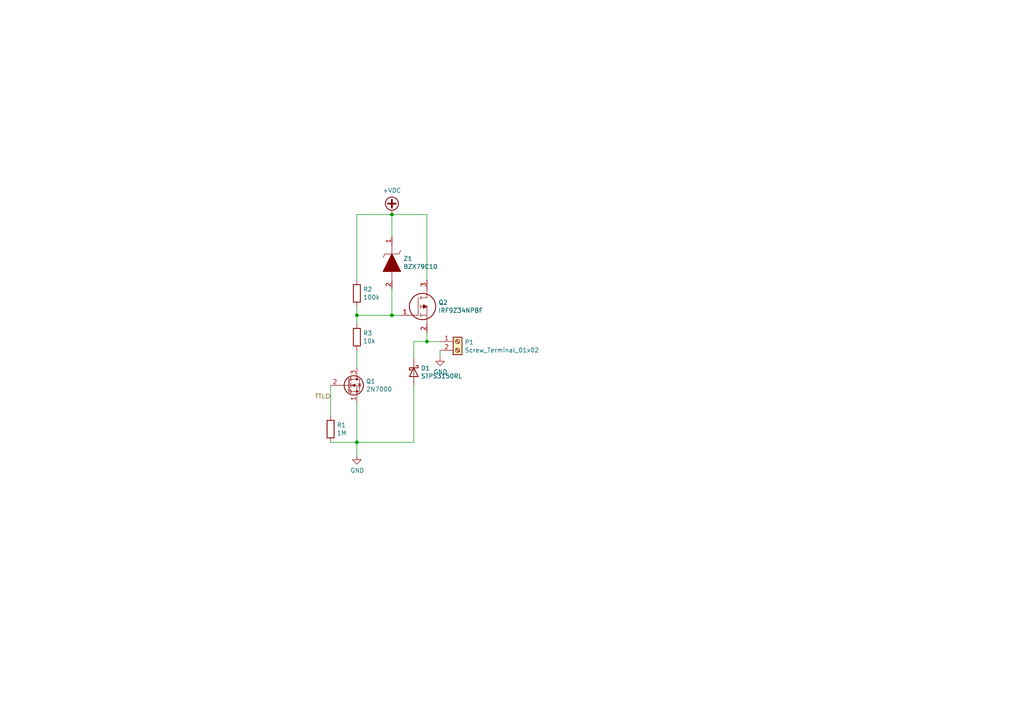
<source format=kicad_sch>
(kicad_sch (version 20230121) (generator eeschema)
  (paper "A4")
  (lib_symbols
    (symbol "Connector:Screw_Terminal_01x02" (pin_names (offset 1.016) hide)
      (property "Reference" "J" (at 0 2.54 0))
      (property "Value" "Screw_Terminal_01x02" (at 0 -5.08 0))
      (symbol "Screw_Terminal_01x02_1_1"
        (rectangle (start -1.27 1.27) (end 1.27 -3.81) (stroke (width 0.254)) (fill (type background)))
        (circle (center 0 -2.54) (radius 0.635) (stroke (width 0.1524)))
        (polyline (pts (xy -0.5334 -2.2098) (xy 0.3302 -3.048)) (stroke (width 0.1524)))
        (polyline (pts (xy -0.5334 0.3302) (xy 0.3302 -0.508)) (stroke (width 0.1524)))
        (polyline (pts (xy -0.3556 -2.032) (xy 0.508 -2.8702)) (stroke (width 0.1524)))
        (polyline (pts (xy -0.3556 0.508) (xy 0.508 -0.3302)) (stroke (width 0.1524)))
        (circle (center 0 0) (radius 0.635) (stroke (width 0.1524)))
        (pin passive line (at -5.08 0 0) (length 3.81) (name "Pin_1") (number "1"))
        (pin passive line (at -5.08 -2.54 0) (length 3.81) (name "Pin_2") (number "2"))
      )
    )
    (symbol "Device:D_Schottky" (pin_numbers hide) (pin_names (offset 1.016) hide)
      (property "Reference" "D" (at 0 2.54 0))
      (property "Value" "D_Schottky" (at 0 -2.54 0))
      (symbol "D_Schottky_0_1"
        (polyline (pts (xy 1.27 0) (xy -1.27 0)))
        (polyline (pts (xy 1.27 1.27) (xy 1.27 -1.27) (xy -1.27 0) (xy 1.27 1.27)) (stroke (width 0.254)))
        (polyline (pts (xy -1.905 0.635) (xy -1.905 1.27) (xy -1.27 1.27) (xy -1.27 -1.27) (xy -0.635 -1.27) (xy -0.635 -0.635)) (stroke (width 0.254)))
      )
      (symbol "D_Schottky_1_1"
        (pin passive line (at -3.81 0 0) (length 2.54) (name "K") (number "1"))
        (pin passive line (at 3.81 0 180) (length 2.54) (name "A") (number "2"))
      )
    )
    (symbol "Device:R" (pin_numbers hide) (pin_names (offset 0))
      (property "Reference" "R" (at 2.032 0 90))
      (property "Value" "R" (at 0 0 90))
      (symbol "R_0_1"
        (rectangle (start -1.016 -2.54) (end 1.016 2.54) (stroke (width 0.254)))
      )
      (symbol "R_1_1"
        (pin passive line (at 0 3.81 270) (length 1.27) (name "~") (number "1"))
        (pin passive line (at 0 -3.81 90) (length 1.27) (name "~") (number "2"))
      )
    )
    (symbol "SamacSys_Parts:BZX79C10" (pin_names (offset 0.762))
      (property "Reference" "Z" (at 10.16 8.89 0))
      (property "Value" "SamacSys_Parts_BZX79C10" (at 10.16 6.35 0))
      (symbol "BZX79C10_0_0"
        (pin passive line (at 0 0 0) (length 2.54) (name "~") (number "1"))
        (pin passive line (at 15.24 0 180) (length 2.54) (name "~") (number "2"))
      )
      (symbol "BZX79C10_0_1"
        (polyline (pts (xy 2.54 0) (xy 5.08 0)) (stroke (width 0.1524)))
        (polyline (pts (xy 4.064 -2.54) (xy 5.08 -2.032)) (stroke (width 0.1524)))
        (polyline (pts (xy 5.08 2.032) (xy 5.08 -2.032)) (stroke (width 0.1524)))
        (polyline (pts (xy 5.08 2.032) (xy 6.096 2.54)) (stroke (width 0.1524)))
        (polyline (pts (xy 12.7 0) (xy 10.16 0)) (stroke (width 0.1524)))
        (polyline (pts (xy 5.08 0) (xy 10.16 2.54) (xy 10.16 -2.54) (xy 5.08 0)) (stroke (width 0.254)) (fill (type outline)))
      )
    )
    (symbol "SamacSys_Parts:IRF9Z34NPBF" (pin_names (offset 0.762))
      (property "Reference" "Q" (at 11.43 3.81 0))
      (property "Value" "SamacSys_Parts_IRF9Z34NPBF" (at 11.43 1.27 0))
      (symbol "IRF9Z34NPBF_0_0"
        (pin passive line (at 0 0 0) (length 2.54) (name "~") (number "1"))
        (pin passive line (at 7.62 -5.08 90) (length 2.54) (name "~") (number "2"))
        (pin passive line (at 7.62 10.16 270) (length 2.54) (name "~") (number "3"))
      )
      (symbol "IRF9Z34NPBF_0_1"
        (polyline (pts (xy 5.842 -0.508) (xy 5.842 0.508)) (stroke (width 0.1524)))
        (polyline (pts (xy 5.842 0) (xy 7.62 0)) (stroke (width 0.1524)))
        (polyline (pts (xy 5.842 2.032) (xy 5.842 3.048)) (stroke (width 0.1524)))
        (polyline (pts (xy 5.842 5.588) (xy 5.842 4.572)) (stroke (width 0.1524)))
        (polyline (pts (xy 7.62 2.54) (xy 5.842 2.54)) (stroke (width 0.1524)))
        (polyline (pts (xy 7.62 2.54) (xy 7.62 -2.54)) (stroke (width 0.1524)))
        (polyline (pts (xy 7.62 5.08) (xy 5.842 5.08)) (stroke (width 0.1524)))
        (polyline (pts (xy 7.62 5.08) (xy 7.62 7.62)) (stroke (width 0.1524)))
        (polyline (pts (xy 2.54 0) (xy 5.08 0) (xy 5.08 5.08)) (stroke (width 0.1524)))
        (polyline (pts (xy 7.62 2.54) (xy 6.604 3.048) (xy 6.604 2.032) (xy 7.62 2.54)) (stroke (width 0.254)) (fill (type outline)))
        (circle (center 6.35 2.54) (radius 3.81) (stroke (width 0.254)))
      )
    )
    (symbol "Transistor_FET:2N7000" (pin_names hide)
      (property "Reference" "Q" (at 5.08 1.905 0))
      (property "Value" "2N7000" (at 5.08 0 0))
      (symbol "2N7000_0_1"
        (polyline (pts (xy 0.254 0) (xy -2.54 0)))
        (polyline (pts (xy 0.254 1.905) (xy 0.254 -1.905)) (stroke (width 0.254)))
        (polyline (pts (xy 0.762 -1.27) (xy 0.762 -2.286)) (stroke (width 0.254)))
        (polyline (pts (xy 0.762 0.508) (xy 0.762 -0.508)) (stroke (width 0.254)))
        (polyline (pts (xy 0.762 2.286) (xy 0.762 1.27)) (stroke (width 0.254)))
        (polyline (pts (xy 2.54 2.54) (xy 2.54 1.778)))
        (polyline (pts (xy 2.54 -2.54) (xy 2.54 0) (xy 0.762 0)))
        (polyline (pts (xy 0.762 -1.778) (xy 3.302 -1.778) (xy 3.302 1.778) (xy 0.762 1.778)))
        (polyline (pts (xy 1.016 0) (xy 2.032 0.381) (xy 2.032 -0.381) (xy 1.016 0)) (fill (type outline)))
        (polyline (pts (xy 2.794 0.508) (xy 2.921 0.381) (xy 3.683 0.381) (xy 3.81 0.254)))
        (polyline (pts (xy 3.302 0.381) (xy 2.921 -0.254) (xy 3.683 -0.254) (xy 3.302 0.381)))
        (circle (center 1.651 0) (radius 2.794) (stroke (width 0.254)))
        (circle (center 2.54 -1.778) (radius 0.254) (fill (type outline)))
        (circle (center 2.54 1.778) (radius 0.254) (fill (type outline)))
      )
      (symbol "2N7000_1_1"
        (pin passive line (at 2.54 -5.08 90) (length 2.54) (name "S") (number "1"))
        (pin input line (at -5.08 0 0) (length 2.54) (name "G") (number "2"))
        (pin passive line (at 2.54 5.08 270) (length 2.54) (name "D") (number "3"))
      )
    )
    (symbol "power:+VDC" (power) (pin_names (offset 0))
      (property "Value" "+VDC" (at 0 6.35 0))
      (symbol "+VDC_0_1"
        (polyline (pts (xy -1.143 3.175) (xy 1.143 3.175)) (stroke (width 0.508)))
        (polyline (pts (xy 0 0) (xy 0 1.27)))
        (polyline (pts (xy 0 2.032) (xy 0 4.318)) (stroke (width 0.508)))
        (circle (center 0 3.175) (radius 1.905) (stroke (width 0.254)))
      )
      (symbol "+VDC_1_1"
        (pin power_in line (at 0 0 90) (length 0) hide (name "+VDC") (number "1"))
      )
    )
    (symbol "power:GND" (power) (pin_names (offset 0))
      (property "Value" "GND" (at 0 -3.81 0))
      (symbol "GND_0_1"
        (polyline (pts (xy 0 0) (xy 0 -1.27) (xy 1.27 -1.27) (xy 0 -2.54) (xy -1.27 -1.27) (xy 0 -1.27)))
      )
      (symbol "GND_1_1"
        (pin power_in line (at 0 0 270) (length 0) hide (name "GND") (number "1"))
      )
    )
  )
  (junction (at 113.665 62.23))
  (junction (at 103.505 128.27))
  (junction (at 103.505 91.44))
  (junction (at 113.665 91.44))
  (junction (at 123.825 99.06))
  (wire (pts (xy 103.505 62.23) (xy 103.505 81.28)))
  (wire (pts (xy 120.015 99.06) (xy 123.825 99.06)))
  (wire (pts (xy 103.505 93.98) (xy 103.505 91.44)))
  (wire (pts (xy 127.635 101.6) (xy 127.635 103.505)))
  (wire (pts (xy 103.505 101.6) (xy 103.505 106.68)))
  (wire (pts (xy 95.885 128.27) (xy 103.505 128.27)))
  (wire (pts (xy 95.885 120.65) (xy 95.885 111.76)))
  (wire (pts (xy 120.015 128.27) (xy 103.505 128.27)))
  (wire (pts (xy 103.505 116.84) (xy 103.505 128.27)))
  (wire (pts (xy 123.825 81.28) (xy 123.825 62.23)))
  (wire (pts (xy 103.505 91.44) (xy 113.665 91.44)))
  (wire (pts (xy 113.665 91.44) (xy 116.205 91.44)))
  (wire (pts (xy 120.015 104.14) (xy 120.015 99.06)))
  (wire (pts (xy 113.665 68.58) (xy 113.665 62.23)))
  (wire (pts (xy 113.665 83.82) (xy 113.665 91.44)))
  (wire (pts (xy 123.825 62.23) (xy 113.665 62.23)))
  (wire (pts (xy 113.665 62.23) (xy 103.505 62.23)))
  (wire (pts (xy 123.825 99.06) (xy 127.635 99.06)))
  (wire (pts (xy 123.825 99.06) (xy 123.825 96.52)))
  (wire (pts (xy 120.015 111.76) (xy 120.015 128.27)))
  (wire (pts (xy 103.505 91.44) (xy 103.505 88.9)))
  (wire (pts (xy 103.505 132.08) (xy 103.505 128.27)))
  (hierarchical_label "TTL" (shape input) (at 95.885 114.935 180))
  (symbol (lib_id "SamacSys_Parts:IRF9Z34NPBF") (at 116.205 91.44 0) (unit 1)
    (property "Reference" "Q2" (at 127.127 87.7316 0) (effects (justify left)))
    (property "Value" "IRF9Z34NPBF" (at 127.127 90.043 0) (effects (justify left)))
    (property "Footprint" "SamacSys_Parts:TO254P469X1042X1967-3P" (effects hide))
    (property "Datasheet" "https://www.infineon.com/dgdl/irf9z34npbf.pdf?fileId=5546d462533600a40153561220af1ddd" (effects hide))
    (property "Description" "MOSFET MOSFT PCh -55V -17A 100mOhm 23.3nC" (effects hide))
    (property "Height" "4.69" (effects hide))
    (property "Mouser Part Number" "942-IRF9Z34NPBF" (effects hide))
    (property "Mouser Price/Stock" "https://www.mouser.co.uk/ProductDetail/Infineon-IR/IRF9Z34NPBF?qs=9%252BKlkBgLFf16a%2FvlD%252BMCtQ%3D%3D" (effects hide))
    (property "Manufacturer_Name" "Infineon" (effects hide))
    (property "Manufacturer_Part_Number" "IRF9Z34NPBF" (effects hide))
    (instances (project "MakeItRain - DaughterBoard Blank" (path "" (reference "Q2") (unit 1)) (path "" (reference "Q4") (unit 1)) (path "" (reference "Q6") (unit 1)) (path "" (reference "Q8") (unit 1))))
  )
  (symbol (lib_id "Device:R") (at 103.505 97.79 0) (unit 1)
    (property "Reference" "R3" (at 105.283 96.6216 0) (effects (justify left)))
    (property "Value" "10k" (at 105.283 98.933 0) (effects (justify left)))
    (property "Footprint" "Resistor_THT:R_Axial_DIN0207_L6.3mm_D2.5mm_P2.54mm_Vertical" (effects hide))
    (instances (project "MakeItRain - DaughterBoard Blank" (path "" (reference "R3") (unit 1)) (path "" (reference "R6") (unit 1)) (path "" (reference "R9") (unit 1)) (path "" (reference "R12") (unit 1))))
  )
  (symbol (lib_id "power:GND") (at 127.635 103.505 0) (unit 1)
    (property "Reference" "#PWR0103" (effects hide))
    (property "Value" "GND" (at 127.762 107.8992 0))
    (instances (project "MakeItRain - DaughterBoard Blank" (path "" (reference "#PWR0103") (unit 1)) (path "" (reference "#PWR0106") (unit 1)) (path "" (reference "#PWR0109") (unit 1)) (path "" (reference "#PWR0112") (unit 1))))
  )
  (symbol (lib_id "SamacSys_Parts:BZX79C10") (at 113.665 68.58 90) (mirror x) (unit 1)
    (property "Reference" "Z1" (at 116.967 75.0316 90) (effects (justify right)))
    (property "Value" "BZX79C10" (at 116.967 77.343 90) (effects (justify right)))
    (property "Footprint" "DIOAD1068W53L380D172" (effects hide))
    (property "Datasheet" "https://www.fairchildsemi.com/datasheets/BZ/BZX79C10.pdf" (effects hide))
    (property "Description" "BZX79C10, Zener Diode, 10V +/-5 500 mW 0.2A, 2-Pin DO-35" (effects hide))
    (property "Mouser Part Number" "512-BZX79C10" (effects hide))
    (property "Mouser Price/Stock" "https://www.mouser.co.uk/ProductDetail/ON-Semiconductor-Fairchild/BZX79C10?qs=FITO%2F%2FQgYDkGEXVpK3DyhQ%3D%3D" (effects hide))
    (property "Manufacturer_Name" "ON Semiconductor" (effects hide))
    (property "Manufacturer_Part_Number" "BZX79C10" (effects hide))
    (instances (project "MakeItRain - DaughterBoard Blank" (path "" (reference "Z1") (unit 1)) (path "" (reference "Z2") (unit 1)) (path "" (reference "Z3") (unit 1)) (path "" (reference "Z4") (unit 1))))
  )
  (symbol (lib_id "Device:R") (at 95.885 124.46 0) (unit 1)
    (property "Reference" "R1" (at 97.663 123.2916 0) (effects (justify left)))
    (property "Value" "1M" (at 97.663 125.603 0) (effects (justify left)))
    (property "Footprint" "Resistor_THT:R_Axial_DIN0207_L6.3mm_D2.5mm_P2.54mm_Vertical" (effects hide))
    (instances (project "MakeItRain - DaughterBoard Blank" (path "" (reference "R1") (unit 1)) (path "" (reference "R4") (unit 1)) (path "" (reference "R7") (unit 1)) (path "" (reference "R10") (unit 1))))
  )
  (symbol (lib_id "power:GND") (at 103.505 132.08 0) (unit 1)
    (property "Reference" "#PWR0102" (effects hide))
    (property "Value" "GND" (at 103.632 136.4742 0))
    (instances (project "MakeItRain - DaughterBoard Blank" (path "" (reference "#PWR0102") (unit 1)) (path "" (reference "#PWR0105") (unit 1)) (path "" (reference "#PWR0108") (unit 1)) (path "" (reference "#PWR0111") (unit 1))))
  )
  (symbol (lib_id "Device:D_Schottky") (at 120.015 107.95 270) (unit 1)
    (property "Reference" "D1" (at 122.047 106.7816 90) (effects (justify left)))
    (property "Value" "STPS3150RL" (at 122.047 109.093 90) (effects (justify left)))
    (property "Footprint" "Diode_THT:D_DO-201_P15.24mm_Horizontal" (effects hide))
    (instances (project "MakeItRain - DaughterBoard Blank" (path "" (reference "D1") (unit 1)) (path "" (reference "D2") (unit 1)) (path "" (reference "D3") (unit 1)) (path "" (reference "D4") (unit 1))))
  )
  (symbol (lib_id "Connector:Screw_Terminal_01x02") (at 132.715 99.06 0) (unit 1)
    (property "Reference" "P1" (at 134.747 99.2632 0) (effects (justify left)))
    (property "Value" "Screw_Terminal_01x02" (at 134.747 101.5746 0) (effects (justify left)))
    (property "Footprint" "TerminalBlock_Phoenix:TerminalBlock_Phoenix_MKDS-1,5-2-5.08_1x02_P5.08mm_Horizontal" (effects hide))
    (instances (project "MakeItRain - DaughterBoard Blank" (path "" (reference "P1") (unit 1)) (path "" (reference "P2") (unit 1)) (path "" (reference "P3") (unit 1)) (path "" (reference "P4") (unit 1))))
  )
  (symbol (lib_id "Transistor_FET:2N7000") (at 100.965 111.76 0) (unit 1)
    (property "Reference" "Q1" (at 106.1466 110.5916 0) (effects (justify left)))
    (property "Value" "2N7000" (at 106.1466 112.903 0) (effects (justify left)))
    (property "Footprint" "Package_TO_SOT_THT:TO-92_Inline" (effects hide))
    (property "Datasheet" "https://www.onsemi.com/pub/Collateral/NDS7002A-D.PDF" (effects hide))
    (instances (project "MakeItRain - DaughterBoard Blank" (path "" (reference "Q1") (unit 1)) (path "" (reference "Q3") (unit 1)) (path "" (reference "Q5") (unit 1)) (path "" (reference "Q7") (unit 1))))
  )
  (symbol (lib_id "power:+VDC") (at 113.665 62.23 0) (unit 1)
    (property "Reference" "#PWR0101" (effects hide))
    (property "Value" "+VDC" (at 113.665 55.245 0))
    (instances (project "MakeItRain - DaughterBoard Blank" (path "" (reference "#PWR0101") (unit 1)) (path "" (reference "#PWR0104") (unit 1)) (path "" (reference "#PWR0107") (unit 1)) (path "" (reference "#PWR0110") (unit 1))))
  )
  (symbol (lib_id "Device:R") (at 103.505 85.09 0) (unit 1)
    (property "Reference" "R2" (at 105.283 83.9216 0) (effects (justify left)))
    (property "Value" "100k" (at 105.283 86.233 0) (effects (justify left)))
    (property "Footprint" "Resistor_THT:R_Axial_DIN0207_L6.3mm_D2.5mm_P2.54mm_Vertical" (effects hide))
    (instances (project "MakeItRain - DaughterBoard Blank" (path "" (reference "R2") (unit 1)) (path "" (reference "R5") (unit 1)) (path "" (reference "R8") (unit 1)) (path "" (reference "R11") (unit 1))))
  )
)
</source>
